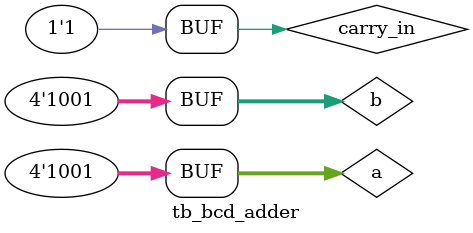
<source format=v>
`timescale 1ns/1ps
module tb_bcd_adder;

    // Inputs
    reg [3:0] a;
    reg [3:0] b;
    reg carry_in;

    // Outputs
    wire [3:0] sum;
    wire carry;

    // Instantiate the Unit Under Test (UUT)
    bcd_adder uut (
        .a(a), 
        .b(b), 
        .carry_in(carry_in), 
        .sum(sum), 
        .carry(carry)
    );

    initial begin
        // Apply Inputs
        a = 0;  b = 0;  carry_in = 0;   #100;
        a = 5;  b = 9;  carry_in = 0;   #100;
        a = 3;  b = 3;  carry_in = 1;   #100;
        a = 4;  b = 5;  carry_in = 0;   #100;
        a = 8;  b = 2;  carry_in = 0;   #100;
        a = 9;  b = 9;  carry_in = 1;   #100;
    end
      
endmodule
</source>
